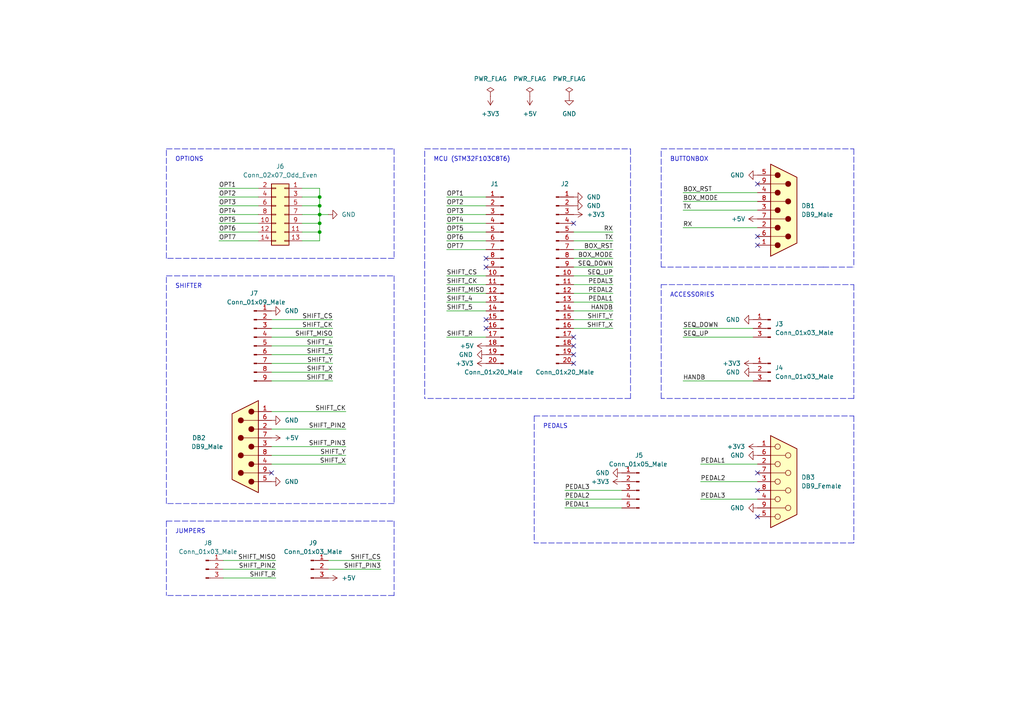
<source format=kicad_sch>
(kicad_sch (version 20211123) (generator eeschema)
  (paper "A4")
  (lib_symbols
    (symbol "Connector:Conn_01x03_Male" (pin_names (offset 1.016) hide)
      (property "Reference" "J" (at 0 5.08 0))
      (property "Value" "Conn_01x03_Male" (at 0 -5.08 0))
      (symbol "Conn_01x03_Male_1_1"
        (polyline (pts (xy 1.27 -2.54) (xy 0.8636 -2.54)) (stroke (width 0.1524)))
        (polyline (pts (xy 1.27 0) (xy 0.8636 0)) (stroke (width 0.1524)))
        (polyline (pts (xy 1.27 2.54) (xy 0.8636 2.54)) (stroke (width 0.1524)))
        (rectangle (start 0.8636 -2.413) (end 0 -2.667) (stroke (width 0.1524)) (fill (type outline)))
        (rectangle (start 0.8636 0.127) (end 0 -0.127) (stroke (width 0.1524)) (fill (type outline)))
        (rectangle (start 0.8636 2.667) (end 0 2.413) (stroke (width 0.1524)) (fill (type outline)))
        (pin passive line (at 5.08 2.54 180) (length 3.81) (name "Pin_1") (number "1"))
        (pin passive line (at 5.08 0 180) (length 3.81) (name "Pin_2") (number "2"))
        (pin passive line (at 5.08 -2.54 180) (length 3.81) (name "Pin_3") (number "3"))
      )
    )
    (symbol "Connector:Conn_01x05_Male" (pin_names (offset 1.016) hide)
      (property "Reference" "J" (at 0 7.62 0))
      (property "Value" "Conn_01x05_Male" (at 0 -7.62 0))
      (symbol "Conn_01x05_Male_1_1"
        (polyline (pts (xy 1.27 -5.08) (xy 0.8636 -5.08)) (stroke (width 0.1524)))
        (polyline (pts (xy 1.27 -2.54) (xy 0.8636 -2.54)) (stroke (width 0.1524)))
        (polyline (pts (xy 1.27 0) (xy 0.8636 0)) (stroke (width 0.1524)))
        (polyline (pts (xy 1.27 2.54) (xy 0.8636 2.54)) (stroke (width 0.1524)))
        (polyline (pts (xy 1.27 5.08) (xy 0.8636 5.08)) (stroke (width 0.1524)))
        (rectangle (start 0.8636 -4.953) (end 0 -5.207) (stroke (width 0.1524)) (fill (type outline)))
        (rectangle (start 0.8636 -2.413) (end 0 -2.667) (stroke (width 0.1524)) (fill (type outline)))
        (rectangle (start 0.8636 0.127) (end 0 -0.127) (stroke (width 0.1524)) (fill (type outline)))
        (rectangle (start 0.8636 2.667) (end 0 2.413) (stroke (width 0.1524)) (fill (type outline)))
        (rectangle (start 0.8636 5.207) (end 0 4.953) (stroke (width 0.1524)) (fill (type outline)))
        (pin passive line (at 5.08 5.08 180) (length 3.81) (name "Pin_1") (number "1"))
        (pin passive line (at 5.08 2.54 180) (length 3.81) (name "Pin_2") (number "2"))
        (pin passive line (at 5.08 0 180) (length 3.81) (name "Pin_3") (number "3"))
        (pin passive line (at 5.08 -2.54 180) (length 3.81) (name "Pin_4") (number "4"))
        (pin passive line (at 5.08 -5.08 180) (length 3.81) (name "Pin_5") (number "5"))
      )
    )
    (symbol "Connector:Conn_01x09_Male" (pin_names (offset 1.016) hide)
      (property "Reference" "J" (at 0 12.7 0))
      (property "Value" "Conn_01x09_Male" (at 0 -12.7 0))
      (symbol "Conn_01x09_Male_1_1"
        (polyline (pts (xy 1.27 -10.16) (xy 0.8636 -10.16)) (stroke (width 0.1524)))
        (polyline (pts (xy 1.27 -7.62) (xy 0.8636 -7.62)) (stroke (width 0.1524)))
        (polyline (pts (xy 1.27 -5.08) (xy 0.8636 -5.08)) (stroke (width 0.1524)))
        (polyline (pts (xy 1.27 -2.54) (xy 0.8636 -2.54)) (stroke (width 0.1524)))
        (polyline (pts (xy 1.27 0) (xy 0.8636 0)) (stroke (width 0.1524)))
        (polyline (pts (xy 1.27 2.54) (xy 0.8636 2.54)) (stroke (width 0.1524)))
        (polyline (pts (xy 1.27 5.08) (xy 0.8636 5.08)) (stroke (width 0.1524)))
        (polyline (pts (xy 1.27 7.62) (xy 0.8636 7.62)) (stroke (width 0.1524)))
        (polyline (pts (xy 1.27 10.16) (xy 0.8636 10.16)) (stroke (width 0.1524)))
        (rectangle (start 0.8636 -10.033) (end 0 -10.287) (stroke (width 0.1524)) (fill (type outline)))
        (rectangle (start 0.8636 -7.493) (end 0 -7.747) (stroke (width 0.1524)) (fill (type outline)))
        (rectangle (start 0.8636 -4.953) (end 0 -5.207) (stroke (width 0.1524)) (fill (type outline)))
        (rectangle (start 0.8636 -2.413) (end 0 -2.667) (stroke (width 0.1524)) (fill (type outline)))
        (rectangle (start 0.8636 0.127) (end 0 -0.127) (stroke (width 0.1524)) (fill (type outline)))
        (rectangle (start 0.8636 2.667) (end 0 2.413) (stroke (width 0.1524)) (fill (type outline)))
        (rectangle (start 0.8636 5.207) (end 0 4.953) (stroke (width 0.1524)) (fill (type outline)))
        (rectangle (start 0.8636 7.747) (end 0 7.493) (stroke (width 0.1524)) (fill (type outline)))
        (rectangle (start 0.8636 10.287) (end 0 10.033) (stroke (width 0.1524)) (fill (type outline)))
        (pin passive line (at 5.08 10.16 180) (length 3.81) (name "Pin_1") (number "1"))
        (pin passive line (at 5.08 7.62 180) (length 3.81) (name "Pin_2") (number "2"))
        (pin passive line (at 5.08 5.08 180) (length 3.81) (name "Pin_3") (number "3"))
        (pin passive line (at 5.08 2.54 180) (length 3.81) (name "Pin_4") (number "4"))
        (pin passive line (at 5.08 0 180) (length 3.81) (name "Pin_5") (number "5"))
        (pin passive line (at 5.08 -2.54 180) (length 3.81) (name "Pin_6") (number "6"))
        (pin passive line (at 5.08 -5.08 180) (length 3.81) (name "Pin_7") (number "7"))
        (pin passive line (at 5.08 -7.62 180) (length 3.81) (name "Pin_8") (number "8"))
        (pin passive line (at 5.08 -10.16 180) (length 3.81) (name "Pin_9") (number "9"))
      )
    )
    (symbol "Connector:Conn_01x20_Male" (pin_names (offset 1.016) hide)
      (property "Reference" "J" (at 0 25.4 0))
      (property "Value" "Conn_01x20_Male" (at 0 -27.94 0))
      (symbol "Conn_01x20_Male_1_1"
        (polyline (pts (xy 1.27 -25.4) (xy 0.8636 -25.4)) (stroke (width 0.1524)))
        (polyline (pts (xy 1.27 -22.86) (xy 0.8636 -22.86)) (stroke (width 0.1524)))
        (polyline (pts (xy 1.27 -20.32) (xy 0.8636 -20.32)) (stroke (width 0.1524)))
        (polyline (pts (xy 1.27 -17.78) (xy 0.8636 -17.78)) (stroke (width 0.1524)))
        (polyline (pts (xy 1.27 -15.24) (xy 0.8636 -15.24)) (stroke (width 0.1524)))
        (polyline (pts (xy 1.27 -12.7) (xy 0.8636 -12.7)) (stroke (width 0.1524)))
        (polyline (pts (xy 1.27 -10.16) (xy 0.8636 -10.16)) (stroke (width 0.1524)))
        (polyline (pts (xy 1.27 -7.62) (xy 0.8636 -7.62)) (stroke (width 0.1524)))
        (polyline (pts (xy 1.27 -5.08) (xy 0.8636 -5.08)) (stroke (width 0.1524)))
        (polyline (pts (xy 1.27 -2.54) (xy 0.8636 -2.54)) (stroke (width 0.1524)))
        (polyline (pts (xy 1.27 0) (xy 0.8636 0)) (stroke (width 0.1524)))
        (polyline (pts (xy 1.27 2.54) (xy 0.8636 2.54)) (stroke (width 0.1524)))
        (polyline (pts (xy 1.27 5.08) (xy 0.8636 5.08)) (stroke (width 0.1524)))
        (polyline (pts (xy 1.27 7.62) (xy 0.8636 7.62)) (stroke (width 0.1524)))
        (polyline (pts (xy 1.27 10.16) (xy 0.8636 10.16)) (stroke (width 0.1524)))
        (polyline (pts (xy 1.27 12.7) (xy 0.8636 12.7)) (stroke (width 0.1524)))
        (polyline (pts (xy 1.27 15.24) (xy 0.8636 15.24)) (stroke (width 0.1524)))
        (polyline (pts (xy 1.27 17.78) (xy 0.8636 17.78)) (stroke (width 0.1524)))
        (polyline (pts (xy 1.27 20.32) (xy 0.8636 20.32)) (stroke (width 0.1524)))
        (polyline (pts (xy 1.27 22.86) (xy 0.8636 22.86)) (stroke (width 0.1524)))
        (rectangle (start 0.8636 -25.273) (end 0 -25.527) (stroke (width 0.1524)) (fill (type outline)))
        (rectangle (start 0.8636 -22.733) (end 0 -22.987) (stroke (width 0.1524)) (fill (type outline)))
        (rectangle (start 0.8636 -20.193) (end 0 -20.447) (stroke (width 0.1524)) (fill (type outline)))
        (rectangle (start 0.8636 -17.653) (end 0 -17.907) (stroke (width 0.1524)) (fill (type outline)))
        (rectangle (start 0.8636 -15.113) (end 0 -15.367) (stroke (width 0.1524)) (fill (type outline)))
        (rectangle (start 0.8636 -12.573) (end 0 -12.827) (stroke (width 0.1524)) (fill (type outline)))
        (rectangle (start 0.8636 -10.033) (end 0 -10.287) (stroke (width 0.1524)) (fill (type outline)))
        (rectangle (start 0.8636 -7.493) (end 0 -7.747) (stroke (width 0.1524)) (fill (type outline)))
        (rectangle (start 0.8636 -4.953) (end 0 -5.207) (stroke (width 0.1524)) (fill (type outline)))
        (rectangle (start 0.8636 -2.413) (end 0 -2.667) (stroke (width 0.1524)) (fill (type outline)))
        (rectangle (start 0.8636 0.127) (end 0 -0.127) (stroke (width 0.1524)) (fill (type outline)))
        (rectangle (start 0.8636 2.667) (end 0 2.413) (stroke (width 0.1524)) (fill (type outline)))
        (rectangle (start 0.8636 5.207) (end 0 4.953) (stroke (width 0.1524)) (fill (type outline)))
        (rectangle (start 0.8636 7.747) (end 0 7.493) (stroke (width 0.1524)) (fill (type outline)))
        (rectangle (start 0.8636 10.287) (end 0 10.033) (stroke (width 0.1524)) (fill (type outline)))
        (rectangle (start 0.8636 12.827) (end 0 12.573) (stroke (width 0.1524)) (fill (type outline)))
        (rectangle (start 0.8636 15.367) (end 0 15.113) (stroke (width 0.1524)) (fill (type outline)))
        (rectangle (start 0.8636 17.907) (end 0 17.653) (stroke (width 0.1524)) (fill (type outline)))
        (rectangle (start 0.8636 20.447) (end 0 20.193) (stroke (width 0.1524)) (fill (type outline)))
        (rectangle (start 0.8636 22.987) (end 0 22.733) (stroke (width 0.1524)) (fill (type outline)))
        (pin passive line (at 5.08 22.86 180) (length 3.81) (name "Pin_1") (number "1"))
        (pin passive line (at 5.08 0 180) (length 3.81) (name "Pin_10") (number "10"))
        (pin passive line (at 5.08 -2.54 180) (length 3.81) (name "Pin_11") (number "11"))
        (pin passive line (at 5.08 -5.08 180) (length 3.81) (name "Pin_12") (number "12"))
        (pin passive line (at 5.08 -7.62 180) (length 3.81) (name "Pin_13") (number "13"))
        (pin passive line (at 5.08 -10.16 180) (length 3.81) (name "Pin_14") (number "14"))
        (pin passive line (at 5.08 -12.7 180) (length 3.81) (name "Pin_15") (number "15"))
        (pin passive line (at 5.08 -15.24 180) (length 3.81) (name "Pin_16") (number "16"))
        (pin passive line (at 5.08 -17.78 180) (length 3.81) (name "Pin_17") (number "17"))
        (pin passive line (at 5.08 -20.32 180) (length 3.81) (name "Pin_18") (number "18"))
        (pin passive line (at 5.08 -22.86 180) (length 3.81) (name "Pin_19") (number "19"))
        (pin passive line (at 5.08 20.32 180) (length 3.81) (name "Pin_2") (number "2"))
        (pin passive line (at 5.08 -25.4 180) (length 3.81) (name "Pin_20") (number "20"))
        (pin passive line (at 5.08 17.78 180) (length 3.81) (name "Pin_3") (number "3"))
        (pin passive line (at 5.08 15.24 180) (length 3.81) (name "Pin_4") (number "4"))
        (pin passive line (at 5.08 12.7 180) (length 3.81) (name "Pin_5") (number "5"))
        (pin passive line (at 5.08 10.16 180) (length 3.81) (name "Pin_6") (number "6"))
        (pin passive line (at 5.08 7.62 180) (length 3.81) (name "Pin_7") (number "7"))
        (pin passive line (at 5.08 5.08 180) (length 3.81) (name "Pin_8") (number "8"))
        (pin passive line (at 5.08 2.54 180) (length 3.81) (name "Pin_9") (number "9"))
      )
    )
    (symbol "Connector:DB9_Female" (pin_names (offset 1.016) hide)
      (property "Reference" "J" (at 0 13.97 0))
      (property "Value" "DB9_Female" (at 0 -14.605 0))
      (symbol "DB9_Female_0_1"
        (circle (center -1.778 -10.16) (radius 0.762))
        (circle (center -1.778 -5.08) (radius 0.762))
        (circle (center -1.778 0) (radius 0.762))
        (circle (center -1.778 5.08) (radius 0.762))
        (circle (center -1.778 10.16) (radius 0.762))
        (polyline (pts (xy -3.81 -10.16) (xy -2.54 -10.16)))
        (polyline (pts (xy -3.81 -7.62) (xy 0.508 -7.62)))
        (polyline (pts (xy -3.81 -5.08) (xy -2.54 -5.08)))
        (polyline (pts (xy -3.81 -2.54) (xy 0.508 -2.54)))
        (polyline (pts (xy -3.81 0) (xy -2.54 0)))
        (polyline (pts (xy -3.81 2.54) (xy 0.508 2.54)))
        (polyline (pts (xy -3.81 5.08) (xy -2.54 5.08)))
        (polyline (pts (xy -3.81 7.62) (xy 0.508 7.62)))
        (polyline (pts (xy -3.81 10.16) (xy -2.54 10.16)))
        (polyline (pts (xy -3.81 13.335) (xy -3.81 -13.335) (xy 3.81 -9.525) (xy 3.81 9.525) (xy -3.81 13.335)) (stroke (width 0.254)) (fill (type background)))
        (circle (center 1.27 -7.62) (radius 0.762))
        (circle (center 1.27 -2.54) (radius 0.762))
        (circle (center 1.27 2.54) (radius 0.762))
        (circle (center 1.27 7.62) (radius 0.762))
      )
      (symbol "DB9_Female_1_1"
        (pin passive line (at -7.62 10.16 0) (length 3.81) (name "1") (number "1"))
        (pin passive line (at -7.62 5.08 0) (length 3.81) (name "2") (number "2"))
        (pin passive line (at -7.62 0 0) (length 3.81) (name "3") (number "3"))
        (pin passive line (at -7.62 -5.08 0) (length 3.81) (name "4") (number "4"))
        (pin passive line (at -7.62 -10.16 0) (length 3.81) (name "5") (number "5"))
        (pin passive line (at -7.62 7.62 0) (length 3.81) (name "6") (number "6"))
        (pin passive line (at -7.62 2.54 0) (length 3.81) (name "7") (number "7"))
        (pin passive line (at -7.62 -2.54 0) (length 3.81) (name "8") (number "8"))
        (pin passive line (at -7.62 -7.62 0) (length 3.81) (name "9") (number "9"))
      )
    )
    (symbol "Connector:DB9_Male" (pin_names (offset 1.016) hide)
      (property "Reference" "J" (at 0 13.97 0))
      (property "Value" "DB9_Male" (at 0 -14.605 0))
      (symbol "DB9_Male_0_1"
        (circle (center -1.778 -10.16) (radius 0.762) (fill (type outline)))
        (circle (center -1.778 -5.08) (radius 0.762) (fill (type outline)))
        (circle (center -1.778 0) (radius 0.762) (fill (type outline)))
        (circle (center -1.778 5.08) (radius 0.762) (fill (type outline)))
        (circle (center -1.778 10.16) (radius 0.762) (fill (type outline)))
        (polyline (pts (xy -3.81 -10.16) (xy -2.54 -10.16)))
        (polyline (pts (xy -3.81 -7.62) (xy 0.508 -7.62)))
        (polyline (pts (xy -3.81 -5.08) (xy -2.54 -5.08)))
        (polyline (pts (xy -3.81 -2.54) (xy 0.508 -2.54)))
        (polyline (pts (xy -3.81 0) (xy -2.54 0)))
        (polyline (pts (xy -3.81 2.54) (xy 0.508 2.54)))
        (polyline (pts (xy -3.81 5.08) (xy -2.54 5.08)))
        (polyline (pts (xy -3.81 7.62) (xy 0.508 7.62)))
        (polyline (pts (xy -3.81 10.16) (xy -2.54 10.16)))
        (polyline (pts (xy -3.81 -13.335) (xy -3.81 13.335) (xy 3.81 9.525) (xy 3.81 -9.525) (xy -3.81 -13.335)) (stroke (width 0.254)) (fill (type background)))
        (circle (center 1.27 -7.62) (radius 0.762) (fill (type outline)))
        (circle (center 1.27 -2.54) (radius 0.762) (fill (type outline)))
        (circle (center 1.27 2.54) (radius 0.762) (fill (type outline)))
        (circle (center 1.27 7.62) (radius 0.762) (fill (type outline)))
      )
      (symbol "DB9_Male_1_1"
        (pin passive line (at -7.62 -10.16 0) (length 3.81) (name "1") (number "1"))
        (pin passive line (at -7.62 -5.08 0) (length 3.81) (name "2") (number "2"))
        (pin passive line (at -7.62 0 0) (length 3.81) (name "3") (number "3"))
        (pin passive line (at -7.62 5.08 0) (length 3.81) (name "4") (number "4"))
        (pin passive line (at -7.62 10.16 0) (length 3.81) (name "5") (number "5"))
        (pin passive line (at -7.62 -7.62 0) (length 3.81) (name "6") (number "6"))
        (pin passive line (at -7.62 -2.54 0) (length 3.81) (name "7") (number "7"))
        (pin passive line (at -7.62 2.54 0) (length 3.81) (name "8") (number "8"))
        (pin passive line (at -7.62 7.62 0) (length 3.81) (name "9") (number "9"))
      )
    )
    (symbol "Connector_Generic:Conn_02x07_Odd_Even" (pin_names (offset 1.016) hide)
      (property "Reference" "J" (at 1.27 10.16 0))
      (property "Value" "Conn_02x07_Odd_Even" (at 1.27 -10.16 0))
      (symbol "Conn_02x07_Odd_Even_1_1"
        (rectangle (start -1.27 -7.493) (end 0 -7.747) (stroke (width 0.1524)))
        (rectangle (start -1.27 -4.953) (end 0 -5.207) (stroke (width 0.1524)))
        (rectangle (start -1.27 -2.413) (end 0 -2.667) (stroke (width 0.1524)))
        (rectangle (start -1.27 0.127) (end 0 -0.127) (stroke (width 0.1524)))
        (rectangle (start -1.27 2.667) (end 0 2.413) (stroke (width 0.1524)))
        (rectangle (start -1.27 5.207) (end 0 4.953) (stroke (width 0.1524)))
        (rectangle (start -1.27 7.747) (end 0 7.493) (stroke (width 0.1524)))
        (rectangle (start -1.27 8.89) (end 3.81 -8.89) (stroke (width 0.254)) (fill (type background)))
        (rectangle (start 3.81 -7.493) (end 2.54 -7.747) (stroke (width 0.1524)))
        (rectangle (start 3.81 -4.953) (end 2.54 -5.207) (stroke (width 0.1524)))
        (rectangle (start 3.81 -2.413) (end 2.54 -2.667) (stroke (width 0.1524)))
        (rectangle (start 3.81 0.127) (end 2.54 -0.127) (stroke (width 0.1524)))
        (rectangle (start 3.81 2.667) (end 2.54 2.413) (stroke (width 0.1524)))
        (rectangle (start 3.81 5.207) (end 2.54 4.953) (stroke (width 0.1524)))
        (rectangle (start 3.81 7.747) (end 2.54 7.493) (stroke (width 0.1524)))
        (pin passive line (at -5.08 7.62 0) (length 3.81) (name "Pin_1") (number "1"))
        (pin passive line (at 7.62 -2.54 180) (length 3.81) (name "Pin_10") (number "10"))
        (pin passive line (at -5.08 -5.08 0) (length 3.81) (name "Pin_11") (number "11"))
        (pin passive line (at 7.62 -5.08 180) (length 3.81) (name "Pin_12") (number "12"))
        (pin passive line (at -5.08 -7.62 0) (length 3.81) (name "Pin_13") (number "13"))
        (pin passive line (at 7.62 -7.62 180) (length 3.81) (name "Pin_14") (number "14"))
        (pin passive line (at 7.62 7.62 180) (length 3.81) (name "Pin_2") (number "2"))
        (pin passive line (at -5.08 5.08 0) (length 3.81) (name "Pin_3") (number "3"))
        (pin passive line (at 7.62 5.08 180) (length 3.81) (name "Pin_4") (number "4"))
        (pin passive line (at -5.08 2.54 0) (length 3.81) (name "Pin_5") (number "5"))
        (pin passive line (at 7.62 2.54 180) (length 3.81) (name "Pin_6") (number "6"))
        (pin passive line (at -5.08 0 0) (length 3.81) (name "Pin_7") (number "7"))
        (pin passive line (at 7.62 0 180) (length 3.81) (name "Pin_8") (number "8"))
        (pin passive line (at -5.08 -2.54 0) (length 3.81) (name "Pin_9") (number "9"))
      )
    )
    (symbol "power:+3V3" (power) (pin_names (offset 0))
      (property "Value" "+3V3" (at 0 3.556 0))
      (symbol "+3V3_0_1"
        (polyline (pts (xy -0.762 1.27) (xy 0 2.54)))
        (polyline (pts (xy 0 0) (xy 0 2.54)))
        (polyline (pts (xy 0 2.54) (xy 0.762 1.27)))
      )
      (symbol "+3V3_1_1"
        (pin power_in line (at 0 0 90) (length 0) hide (name "+3V3") (number "1"))
      )
    )
    (symbol "power:+5V" (power) (pin_names (offset 0))
      (property "Value" "+5V" (at 0 3.556 0))
      (symbol "+5V_0_1"
        (polyline (pts (xy -0.762 1.27) (xy 0 2.54)))
        (polyline (pts (xy 0 0) (xy 0 2.54)))
        (polyline (pts (xy 0 2.54) (xy 0.762 1.27)))
      )
      (symbol "+5V_1_1"
        (pin power_in line (at 0 0 90) (length 0) hide (name "+5V") (number "1"))
      )
    )
    (symbol "power:GND" (power) (pin_names (offset 0))
      (property "Value" "GND" (at 0 -3.81 0))
      (symbol "GND_0_1"
        (polyline (pts (xy 0 0) (xy 0 -1.27) (xy 1.27 -1.27) (xy 0 -2.54) (xy -1.27 -1.27) (xy 0 -1.27)))
      )
      (symbol "GND_1_1"
        (pin power_in line (at 0 0 270) (length 0) hide (name "GND") (number "1"))
      )
    )
    (symbol "power:PWR_FLAG" (power) (pin_numbers hide) (pin_names (offset 0) hide)
      (property "Value" "PWR_FLAG" (at 0 3.81 0))
      (symbol "PWR_FLAG_0_0"
        (pin power_out line (at 0 0 90) (length 0) (name "pwr") (number "1"))
      )
      (symbol "PWR_FLAG_0_1"
        (polyline (pts (xy 0 0) (xy 0 1.27) (xy -1.016 1.905) (xy 0 2.54) (xy 1.016 1.905) (xy 0 1.27)))
      )
    )
  )
  (junction (at 92.71 57.15))
  (junction (at 92.71 62.23))
  (junction (at 92.71 67.31))
  (junction (at 92.71 64.77))
  (junction (at 92.71 59.69))
  (no_connect (at 166.37 64.77))
  (no_connect (at 140.97 77.47))
  (no_connect (at 166.37 97.79))
  (no_connect (at 78.74 137.16))
  (no_connect (at 219.71 71.12))
  (no_connect (at 219.71 53.34))
  (no_connect (at 166.37 105.41))
  (no_connect (at 219.71 142.24))
  (no_connect (at 166.37 100.33))
  (no_connect (at 140.97 95.25))
  (no_connect (at 219.71 68.58))
  (no_connect (at 166.37 102.87))
  (no_connect (at 140.97 74.93))
  (no_connect (at 219.71 137.16))
  (no_connect (at 219.71 149.86))
  (no_connect (at 140.97 92.71))
  (polyline (pts (xy 48.26 151.13) (xy 48.26 172.72)))
  (wire (pts (xy 78.74 100.33) (xy 96.52 100.33)))
  (polyline (pts (xy 114.3 43.18) (xy 114.3 74.93)))
  (polyline (pts (xy 48.26 80.01) (xy 114.3 80.01)))
  (wire (pts (xy 87.63 59.69) (xy 92.71 59.69)))
  (wire (pts (xy 166.37 87.63) (xy 177.8 87.63)))
  (wire (pts (xy 129.54 57.15) (xy 140.97 57.15)))
  (wire (pts (xy 166.37 92.71) (xy 177.8 92.71)))
  (wire (pts (xy 74.93 64.77) (xy 63.5 64.77)))
  (wire (pts (xy 95.25 162.56) (xy 110.49 162.56)))
  (wire (pts (xy 180.34 147.32) (xy 163.83 147.32)))
  (wire (pts (xy 87.63 57.15) (xy 92.71 57.15)))
  (wire (pts (xy 95.25 165.1) (xy 110.49 165.1)))
  (wire (pts (xy 74.93 67.31) (xy 63.5 67.31)))
  (wire (pts (xy 78.74 134.62) (xy 100.33 134.62)))
  (wire (pts (xy 129.54 82.55) (xy 140.97 82.55)))
  (wire (pts (xy 219.71 134.62) (xy 203.2 134.62)))
  (polyline (pts (xy 182.88 115.57) (xy 123.19 115.57)))
  (wire (pts (xy 198.12 66.04) (xy 219.71 66.04)))
  (polyline (pts (xy 123.19 77.47) (xy 123.19 43.18)))
  (wire (pts (xy 129.54 59.69) (xy 140.97 59.69)))
  (wire (pts (xy 219.71 144.78) (xy 203.2 144.78)))
  (polyline (pts (xy 48.26 151.13) (xy 114.3 151.13)))
  (wire (pts (xy 166.37 85.09) (xy 177.8 85.09)))
  (wire (pts (xy 74.93 57.15) (xy 63.5 57.15)))
  (wire (pts (xy 92.71 59.69) (xy 92.71 62.23)))
  (wire (pts (xy 74.93 54.61) (xy 63.5 54.61)))
  (wire (pts (xy 219.71 139.7) (xy 203.2 139.7)))
  (polyline (pts (xy 114.3 146.05) (xy 48.26 146.05)))
  (wire (pts (xy 129.54 80.01) (xy 140.97 80.01)))
  (wire (pts (xy 78.74 95.25) (xy 96.52 95.25)))
  (wire (pts (xy 64.77 167.64) (xy 80.01 167.64)))
  (wire (pts (xy 129.54 85.09) (xy 140.97 85.09)))
  (wire (pts (xy 198.12 55.88) (xy 219.71 55.88)))
  (polyline (pts (xy 247.65 120.65) (xy 247.65 157.48)))
  (wire (pts (xy 78.74 129.54) (xy 100.33 129.54)))
  (polyline (pts (xy 114.3 151.13) (xy 114.3 172.72)))
  (wire (pts (xy 78.74 97.79) (xy 96.52 97.79)))
  (wire (pts (xy 129.54 72.39) (xy 140.97 72.39)))
  (polyline (pts (xy 238.76 77.47) (xy 247.65 77.47)))
  (wire (pts (xy 92.71 62.23) (xy 92.71 64.77)))
  (wire (pts (xy 92.71 67.31) (xy 92.71 69.85)))
  (polyline (pts (xy 191.77 82.55) (xy 247.65 82.55)))
  (wire (pts (xy 166.37 77.47) (xy 177.8 77.47)))
  (wire (pts (xy 166.37 95.25) (xy 177.8 95.25)))
  (wire (pts (xy 166.37 69.85) (xy 177.8 69.85)))
  (wire (pts (xy 198.12 97.79) (xy 218.44 97.79)))
  (wire (pts (xy 198.12 60.96) (xy 219.71 60.96)))
  (wire (pts (xy 64.77 162.56) (xy 80.01 162.56)))
  (wire (pts (xy 78.74 107.95) (xy 96.52 107.95)))
  (polyline (pts (xy 247.65 157.48) (xy 154.94 157.48)))
  (wire (pts (xy 74.93 62.23) (xy 63.5 62.23)))
  (polyline (pts (xy 154.94 120.65) (xy 154.94 157.48)))
  (wire (pts (xy 78.74 132.08) (xy 100.33 132.08)))
  (wire (pts (xy 166.37 74.93) (xy 177.8 74.93)))
  (polyline (pts (xy 247.65 43.18) (xy 247.65 77.47)))
  (polyline (pts (xy 247.65 115.57) (xy 191.77 115.57)))
  (polyline (pts (xy 123.19 76.2) (xy 123.19 115.57)))
  (wire (pts (xy 198.12 95.25) (xy 218.44 95.25)))
  (wire (pts (xy 166.37 90.17) (xy 177.8 90.17)))
  (wire (pts (xy 78.74 102.87) (xy 96.52 102.87)))
  (wire (pts (xy 78.74 105.41) (xy 96.52 105.41)))
  (polyline (pts (xy 191.77 43.18) (xy 247.65 43.18)))
  (wire (pts (xy 180.34 142.24) (xy 163.83 142.24)))
  (polyline (pts (xy 48.26 146.05) (xy 48.26 80.01)))
  (wire (pts (xy 78.74 92.71) (xy 96.52 92.71)))
  (wire (pts (xy 166.37 82.55) (xy 177.8 82.55)))
  (wire (pts (xy 129.54 62.23) (xy 140.97 62.23)))
  (wire (pts (xy 87.63 54.61) (xy 92.71 54.61)))
  (wire (pts (xy 87.63 62.23) (xy 92.71 62.23)))
  (polyline (pts (xy 48.26 43.18) (xy 114.3 43.18)))
  (wire (pts (xy 166.37 80.01) (xy 177.8 80.01)))
  (wire (pts (xy 87.63 64.77) (xy 92.71 64.77)))
  (wire (pts (xy 92.71 64.77) (xy 92.71 67.31)))
  (wire (pts (xy 64.77 165.1) (xy 80.01 165.1)))
  (polyline (pts (xy 191.77 77.47) (xy 191.77 43.18)))
  (wire (pts (xy 140.97 97.79) (xy 129.54 97.79)))
  (wire (pts (xy 166.37 67.31) (xy 177.8 67.31)))
  (wire (pts (xy 78.74 110.49) (xy 96.52 110.49)))
  (polyline (pts (xy 247.65 82.55) (xy 247.65 115.57)))
  (polyline (pts (xy 154.94 120.65) (xy 247.65 120.65)))
  (wire (pts (xy 129.54 90.17) (xy 140.97 90.17)))
  (wire (pts (xy 129.54 64.77) (xy 140.97 64.77)))
  (polyline (pts (xy 182.88 43.18) (xy 182.88 115.57)))
  (wire (pts (xy 92.71 62.23) (xy 95.25 62.23)))
  (wire (pts (xy 129.54 67.31) (xy 140.97 67.31)))
  (polyline (pts (xy 238.76 77.47) (xy 191.77 77.47)))
  (wire (pts (xy 180.34 144.78) (xy 163.83 144.78)))
  (polyline (pts (xy 123.19 43.18) (xy 182.88 43.18)))
  (polyline (pts (xy 114.3 74.93) (xy 48.26 74.93)))
  (wire (pts (xy 78.74 124.46) (xy 100.33 124.46)))
  (polyline (pts (xy 114.3 172.72) (xy 48.26 172.72)))
  (polyline (pts (xy 48.26 74.93) (xy 48.26 43.18)))
  (polyline (pts (xy 114.3 80.01) (xy 114.3 146.05)))
  (wire (pts (xy 198.12 58.42) (xy 219.71 58.42)))
  (wire (pts (xy 78.74 119.38) (xy 100.33 119.38)))
  (wire (pts (xy 92.71 57.15) (xy 92.71 59.69)))
  (wire (pts (xy 87.63 67.31) (xy 92.71 67.31)))
  (wire (pts (xy 166.37 72.39) (xy 177.8 72.39)))
  (wire (pts (xy 198.12 110.49) (xy 218.44 110.49)))
  (wire (pts (xy 74.93 69.85) (xy 63.5 69.85)))
  (polyline (pts (xy 191.77 115.57) (xy 191.77 82.55)))
  (wire (pts (xy 129.54 69.85) (xy 140.97 69.85)))
  (wire (pts (xy 87.63 69.85) (xy 92.71 69.85)))
  (wire (pts (xy 129.54 87.63) (xy 140.97 87.63)))
  (wire (pts (xy 74.93 59.69) (xy 63.5 59.69)))
  (wire (pts (xy 92.71 54.61) (xy 92.71 57.15)))
  (text "OPTIONS" (at 50.8 46.99 0) (effects (font (size 1.27 1.27)) (justify left bottom)))
  (text "MCU (STM32F103C8T6)" (at 125.73 46.99 0) (effects (font (size 1.27 1.27)) (justify left bottom)))
  (text "PEDALS" (at 157.48 124.46 0) (effects (font (size 1.27 1.27)) (justify left bottom)))
  (text "JUMPERS" (at 50.8 154.94 0) (effects (font (size 1.27 1.27)) (justify left bottom)))
  (text "ACCESSORIES" (at 194.31 86.36 0) (effects (font (size 1.27 1.27)) (justify left bottom)))
  (text "SHIFTER" (at 50.8 83.82 0) (effects (font (size 1.27 1.27)) (justify left bottom)))
  (text "BUTTONBOX" (at 194.31 46.99 0) (effects (font (size 1.27 1.27)) (justify left bottom)))
  (label "PEDAL3" (at 177.8 82.55 180))
  (label "OPT5" (at 129.54 67.31 0))
  (label "SHIFT_4" (at 129.54 87.63 0))
  (label "SEQ_DOWN" (at 177.8 77.47 180))
  (label "SHIFT_X" (at 100.33 134.62 180))
  (label "PEDAL2" (at 177.8 85.09 180))
  (label "SHIFT_MISO" (at 80.01 162.56 180))
  (label "OPT5" (at 63.5 64.77 0))
  (label "SHIFT_PIN3" (at 100.33 129.54 180))
  (label "HANDB" (at 177.8 90.17 180))
  (label "SHIFT_R" (at 129.54 97.79 0))
  (label "PEDAL3" (at 163.83 142.24 0))
  (label "SHIFT_CS" (at 96.52 92.71 180))
  (label "SHIFT_5" (at 129.54 90.17 0))
  (label "SHIFT_X" (at 96.52 107.95 180))
  (label "SHIFT_CS" (at 129.54 80.01 0))
  (label "SHIFT_PIN3" (at 110.49 165.1 180))
  (label "SHIFT_MISO" (at 129.54 85.09 0))
  (label "BOX_RST" (at 177.8 72.39 180))
  (label "SHIFT_R" (at 80.01 167.64 180))
  (label "TX" (at 198.12 60.96 0))
  (label "OPT4" (at 63.5 62.23 0))
  (label "SHIFT_Y" (at 177.8 92.71 180))
  (label "HANDB" (at 198.12 110.49 0))
  (label "SEQ_UP" (at 198.12 97.79 0))
  (label "SHIFT_5" (at 96.52 102.87 180))
  (label "PEDAL1" (at 163.83 147.32 0))
  (label "OPT3" (at 129.54 62.23 0))
  (label "TX" (at 177.8 69.85 180))
  (label "PEDAL2" (at 203.2 139.7 0))
  (label "OPT2" (at 129.54 59.69 0))
  (label "SHIFT_4" (at 96.52 100.33 180))
  (label "OPT7" (at 129.54 72.39 0))
  (label "OPT4" (at 129.54 64.77 0))
  (label "OPT7" (at 63.5 69.85 0))
  (label "SHIFT_R" (at 96.52 110.49 180))
  (label "OPT6" (at 63.5 67.31 0))
  (label "BOX_RST" (at 198.12 55.88 0))
  (label "BOX_MODE" (at 198.12 58.42 0))
  (label "OPT3" (at 63.5 59.69 0))
  (label "SHIFT_PIN2" (at 100.33 124.46 180))
  (label "SHIFT_MISO" (at 96.52 97.79 180))
  (label "SHIFT_PIN2" (at 80.01 165.1 180))
  (label "SEQ_UP" (at 177.8 80.01 180))
  (label "OPT1" (at 63.5 54.61 0))
  (label "SHIFT_Y" (at 96.52 105.41 180))
  (label "SHIFT_Y" (at 100.33 132.08 180))
  (label "PEDAL3" (at 203.2 144.78 0))
  (label "SHIFT_CK" (at 129.54 82.55 0))
  (label "SHIFT_CK" (at 96.52 95.25 180))
  (label "SHIFT_X" (at 177.8 95.25 180))
  (label "PEDAL1" (at 177.8 87.63 180))
  (label "PEDAL1" (at 203.2 134.62 0))
  (label "SEQ_DOWN" (at 198.12 95.25 0))
  (label "RX" (at 177.8 67.31 180))
  (label "OPT2" (at 63.5 57.15 0))
  (label "OPT6" (at 129.54 69.85 0))
  (label "OPT1" (at 129.54 57.15 0))
  (label "SHIFT_CK" (at 100.33 119.38 180))
  (label "SHIFT_CS" (at 110.49 162.56 180))
  (label "PEDAL2" (at 163.83 144.78 0))
  (label "RX" (at 198.12 66.04 0))
  (label "BOX_MODE" (at 177.8 74.93 180))
  (symbol (lib_id "Connector:Conn_01x03_Male") (at 223.52 107.95 0) (mirror y) (unit 1)
    (property "Reference" "J4" (at 224.79 106.6799 0) (effects (justify right)))
    (property "Value" "Conn_01x03_Male" (at 224.79 109.2199 0) (effects (justify right)))
    (property "Footprint" "Connector_PinHeader_2.54mm:PinHeader_1x03_P2.54mm_Vertical" (effects hide))
  )
  (symbol (lib_id "Connector:Conn_01x09_Male") (at 73.66 100.33 0) (unit 1)
    (property "Reference" "J7" (at 73.66 85.09 0))
    (property "Value" "Conn_01x09_Male" (at 74.295 87.63 0))
    (property "Footprint" "Connector_PinHeader_2.54mm:PinHeader_1x09_P2.54mm_Vertical" (effects hide))
  )
  (symbol (lib_id "Connector_Generic:Conn_02x07_Odd_Even") (at 82.55 62.23 0) (mirror y) (unit 1)
    (property "Reference" "J6" (at 81.28 48.26 0))
    (property "Value" "Conn_02x07_Odd_Even" (at 81.28 50.8 0))
    (property "Footprint" "Connector_PinHeader_2.54mm:PinHeader_2x07_P2.54mm_Vertical" (effects hide))
  )
  (symbol (lib_id "power:PWR_FLAG") (at 165.1 27.94 0) (unit 1)
    (property "Reference" "#FLG0102" (effects hide))
    (property "Value" "PWR_FLAG" (at 165.1 22.86 0))
  )
  (symbol (lib_id "power:+3V3") (at 218.44 105.41 90) (unit 1)
    (property "Reference" "#PWR0112" (effects hide))
    (property "Value" "+3V3" (at 209.55 105.41 90) (effects (justify right)))
  )
  (symbol (lib_id "Connector:Conn_01x20_Male") (at 146.05 80.01 0) (mirror y) (unit 1)
    (property "Reference" "J1" (at 142.24 53.34 0) (effects (justify right)))
    (property "Value" "Conn_01x20_Male" (at 134.62 107.95 0) (effects (justify right)))
    (property "Footprint" "Connector_PinHeader_2.54mm:PinHeader_1x20_P2.54mm_Vertical" (effects hide))
  )
  (symbol (lib_id "power:+3V3") (at 142.24 27.94 180) (unit 1)
    (property "Reference" "#PWR0116" (effects hide))
    (property "Value" "+3V3" (at 142.24 33.02 0))
  )
  (symbol (lib_id "power:GND") (at 218.44 92.71 270) (mirror x) (unit 1)
    (property "Reference" "#PWR0107" (effects hide))
    (property "Value" "GND" (at 214.63 92.7099 90) (effects (justify right)))
  )
  (symbol (lib_id "power:GND") (at 78.74 121.92 90) (unit 1)
    (property "Reference" "#PWR0111" (effects hide))
    (property "Value" "GND" (at 82.55 121.9201 90) (effects (justify right)))
  )
  (symbol (lib_id "power:GND") (at 219.71 50.8 270) (unit 1)
    (property "Reference" "#PWR0103" (effects hide))
    (property "Value" "GND" (at 215.9 50.7999 90) (effects (justify right)))
  )
  (symbol (lib_id "power:GND") (at 219.71 132.08 270) (unit 1)
    (property "Reference" "#PWR0119" (effects hide))
    (property "Value" "GND" (at 215.9 132.0799 90) (effects (justify right)))
  )
  (symbol (lib_id "power:GND") (at 219.71 147.32 270) (unit 1)
    (property "Reference" "#PWR0117" (effects hide))
    (property "Value" "GND" (at 215.9 147.3199 90) (effects (justify right)))
  )
  (symbol (lib_id "power:PWR_FLAG") (at 153.67 27.94 0) (unit 1)
    (property "Reference" "#FLG0101" (effects hide))
    (property "Value" "PWR_FLAG" (at 153.67 22.86 0))
  )
  (symbol (lib_id "Connector:DB9_Male") (at 71.12 129.54 180) (unit 1)
    (property "Reference" "DB2" (at 59.69 127 0) (effects (justify left)))
    (property "Value" "DB9_Male" (at 64.77 129.54 0) (effects (justify left)))
    (property "Footprint" "Connector_Dsub:DSUB-9_Male_Horizontal_P2.77x2.84mm_EdgePinOffset7.70mm_Housed_MountingHolesOffset9.12mm" (effects hide))
    (property "Datasheet" " ~" (effects hide))
  )
  (symbol (lib_id "power:+3V3") (at 140.97 105.41 90) (unit 1)
    (property "Reference" "#PWR0109" (effects hide))
    (property "Value" "+3V3" (at 132.08 105.41 90) (effects (justify right)))
  )
  (symbol (lib_id "power:+3V3") (at 166.37 62.23 270) (unit 1)
    (property "Reference" "#PWR0102" (effects hide))
    (property "Value" "+3V3" (at 170.18 62.2299 90) (effects (justify left)))
  )
  (symbol (lib_id "power:+5V") (at 78.74 127 270) (unit 1)
    (property "Reference" "#PWR0123" (effects hide))
    (property "Value" "+5V" (at 82.55 126.9999 90) (effects (justify left)))
  )
  (symbol (lib_id "power:GND") (at 166.37 59.69 90) (unit 1)
    (property "Reference" "#PWR0105" (effects hide))
    (property "Value" "GND" (at 170.18 59.6899 90) (effects (justify right)))
  )
  (symbol (lib_id "power:GND") (at 180.34 137.16 270) (unit 1)
    (property "Reference" "#PWR0121" (effects hide))
    (property "Value" "GND" (at 172.72 137.16 90) (effects (justify left)))
  )
  (symbol (lib_id "power:+5V") (at 153.67 27.94 180) (unit 1)
    (property "Reference" "#PWR0113" (effects hide))
    (property "Value" "+5V" (at 153.67 33.02 0))
  )
  (symbol (lib_id "power:GND") (at 95.25 62.23 90) (unit 1)
    (property "Reference" "#PWR0125" (effects hide))
    (property "Value" "GND" (at 99.06 62.2299 90) (effects (justify right)))
  )
  (symbol (lib_id "power:+5V") (at 95.25 167.64 270) (unit 1)
    (property "Reference" "#PWR0124" (effects hide))
    (property "Value" "+5V" (at 99.06 167.6399 90) (effects (justify left)))
  )
  (symbol (lib_id "Connector:Conn_01x20_Male") (at 161.29 80.01 0) (unit 1)
    (property "Reference" "J2" (at 163.83 53.34 0))
    (property "Value" "Conn_01x20_Male" (at 163.83 107.95 0))
    (property "Footprint" "Connector_PinHeader_2.54mm:PinHeader_1x20_P2.54mm_Vertical" (effects hide))
  )
  (symbol (lib_id "power:GND") (at 78.74 139.7 90) (unit 1)
    (property "Reference" "#PWR0122" (effects hide))
    (property "Value" "GND" (at 82.55 139.7001 90) (effects (justify right)))
  )
  (symbol (lib_id "power:GND") (at 166.37 57.15 90) (unit 1)
    (property "Reference" "#PWR0101" (effects hide))
    (property "Value" "GND" (at 170.18 57.1499 90) (effects (justify right)))
  )
  (symbol (lib_id "Connector:Conn_01x03_Male") (at 90.17 165.1 0) (unit 1)
    (property "Reference" "J9" (at 90.805 157.48 0))
    (property "Value" "Conn_01x03_Male" (at 90.805 160.02 0))
    (property "Footprint" "Connector_PinHeader_2.54mm:PinHeader_1x03_P2.54mm_Vertical" (effects hide))
  )
  (symbol (lib_id "Connector:DB9_Male") (at 227.33 60.96 0) (unit 1)
    (property "Reference" "DB1" (at 232.41 59.6899 0) (effects (justify left)))
    (property "Value" "DB9_Male" (at 232.41 62.2299 0) (effects (justify left)))
    (property "Footprint" "Connector_Dsub:DSUB-9_Male_Horizontal_P2.77x2.84mm_EdgePinOffset7.70mm_Housed_MountingHolesOffset9.12mm" (effects hide))
    (property "Datasheet" " ~" (effects hide))
  )
  (symbol (lib_id "power:GND") (at 78.74 90.17 90) (unit 1)
    (property "Reference" "#PWR0106" (effects hide))
    (property "Value" "GND" (at 82.55 90.1699 90) (effects (justify right)))
  )
  (symbol (lib_id "power:PWR_FLAG") (at 142.24 27.94 0) (unit 1)
    (property "Reference" "#FLG0103" (effects hide))
    (property "Value" "PWR_FLAG" (at 142.24 22.86 0))
  )
  (symbol (lib_id "power:+3V3") (at 219.71 129.54 90) (unit 1)
    (property "Reference" "#PWR0118" (effects hide))
    (property "Value" "+3V3" (at 210.82 129.54 90) (effects (justify right)))
  )
  (symbol (lib_id "Connector:DB9_Female") (at 227.33 139.7 0) (unit 1)
    (property "Reference" "DB3" (at 232.41 138.4299 0) (effects (justify left)))
    (property "Value" "DB9_Female" (at 232.41 140.9699 0) (effects (justify left)))
    (property "Footprint" "Connector_Dsub:DSUB-9_Female_Horizontal_P2.77x2.84mm_EdgePinOffset7.70mm_Housed_MountingHolesOffset9.12mm" (effects hide))
    (property "Datasheet" " ~" (effects hide))
  )
  (symbol (lib_id "power:GND") (at 140.97 102.87 270) (unit 1)
    (property "Reference" "#PWR0104" (effects hide))
    (property "Value" "GND" (at 137.16 102.8699 90) (effects (justify right)))
  )
  (symbol (lib_id "power:+5V") (at 219.71 63.5 90) (unit 1)
    (property "Reference" "#PWR0108" (effects hide))
    (property "Value" "+5V" (at 212.09 63.5 90) (effects (justify right)))
  )
  (symbol (lib_id "power:+5V") (at 140.97 100.33 90) (unit 1)
    (property "Reference" "#PWR0110" (effects hide))
    (property "Value" "+5V" (at 133.35 100.33 90) (effects (justify right)))
  )
  (symbol (lib_id "power:+3V3") (at 180.34 139.7 90) (unit 1)
    (property "Reference" "#PWR0120" (effects hide))
    (property "Value" "+3V3" (at 171.45 139.7 90) (effects (justify right)))
  )
  (symbol (lib_id "Connector:Conn_01x05_Male") (at 185.42 142.24 0) (mirror y) (unit 1)
    (property "Reference" "J5" (at 184.15 132.08 0) (effects (justify right)))
    (property "Value" "Conn_01x05_Male" (at 176.53 134.62 0) (effects (justify right)))
    (property "Footprint" "Connector_PinHeader_2.54mm:PinHeader_1x05_P2.54mm_Vertical" (effects hide))
  )
  (symbol (lib_id "Connector:Conn_01x03_Male") (at 59.69 165.1 0) (unit 1)
    (property "Reference" "J8" (at 60.325 157.48 0))
    (property "Value" "Conn_01x03_Male" (at 60.325 160.02 0))
    (property "Footprint" "Connector_PinHeader_2.54mm:PinHeader_1x03_P2.54mm_Vertical" (effects hide))
  )
  (symbol (lib_id "power:GND") (at 165.1 27.94 0) (unit 1)
    (property "Reference" "#PWR0115" (effects hide))
    (property "Value" "GND" (at 165.1 33.02 0))
  )
  (symbol (lib_id "Connector:Conn_01x03_Male") (at 223.52 95.25 0) (mirror y) (unit 1)
    (property "Reference" "J3" (at 224.79 93.9799 0) (effects (justify right)))
    (property "Value" "Conn_01x03_Male" (at 224.79 96.5199 0) (effects (justify right)))
    (property "Footprint" "Connector_PinHeader_2.54mm:PinHeader_1x03_P2.54mm_Vertical" (effects hide))
  )
  (symbol (lib_id "power:GND") (at 218.44 107.95 270) (mirror x) (unit 1)
    (property "Reference" "#PWR0114" (effects hide))
    (property "Value" "GND" (at 214.63 107.9499 90) (effects (justify right)))
  )
)
</source>
